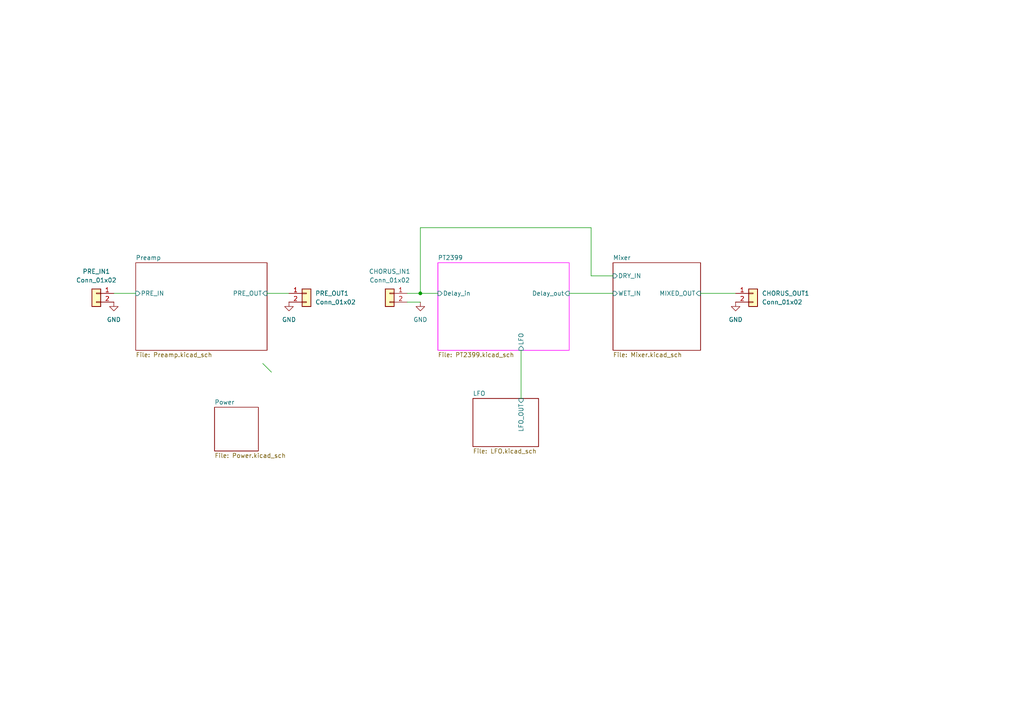
<source format=kicad_sch>
(kicad_sch (version 20231120) (generator "eeschema") (generator_version "8.0")
  (paper "A4")
  (lib_symbols
    (symbol "Connector_Generic:Conn_01x02" (pin_names (offset 1.016) hide)
      (property "Reference" "J" (at 0 2.54 0))
      (property "Value" "Conn_01x02" (at 0 -5.08 0))
      (symbol "Conn_01x02_1_1"
        (rectangle (start -1.27 -2.413) (end 0 -2.667) (stroke (width 0.1524)))
        (rectangle (start -1.27 0.127) (end 0 -0.127) (stroke (width 0.1524)))
        (rectangle (start -1.27 1.27) (end 1.27 -3.81) (stroke (width 0.254)) (fill (type background)))
        (pin passive line (at -5.08 0 0) (length 3.81) (name "Pin_1") (number "1"))
        (pin passive line (at -5.08 -2.54 0) (length 3.81) (name "Pin_2") (number "2"))
      )
    )
    (symbol "power:GND" (power) (pin_numbers hide) (pin_names (offset 0) hide)
      (property "Value" "GND" (at 0 -3.81 0))
      (symbol "GND_0_1"
        (polyline (pts (xy 0 0) (xy 0 -1.27) (xy 1.27 -1.27) (xy 0 -2.54) (xy -1.27 -1.27) (xy 0 -1.27)))
      )
      (symbol "GND_1_1"
        (pin power_in line (at 0 0 270) (length 0) (name "~") (number "1"))
      )
    )
  )
  (junction (at 121.92 85.09))
  (bus_entry (at 76.2 105.41) (size 2.54 2.54))
  (wire (pts (xy 151.13 101.6) (xy 151.13 115.57)))
  (wire (pts (xy 33.02 85.09) (xy 39.37 85.09)))
  (wire (pts (xy 118.11 87.63) (xy 121.92 87.63)))
  (wire (pts (xy 203.2 85.09) (xy 213.36 85.09)))
  (wire (pts (xy 121.92 66.04) (xy 171.45 66.04)))
  (wire (pts (xy 121.92 85.09) (xy 121.92 66.04)))
  (wire (pts (xy 171.45 80.01) (xy 177.8 80.01)))
  (wire (pts (xy 121.92 85.09) (xy 127 85.09)))
  (wire (pts (xy 77.47 85.09) (xy 83.82 85.09)))
  (wire (pts (xy 171.45 66.04) (xy 171.45 80.01)))
  (wire (pts (xy 118.11 85.09) (xy 121.92 85.09)))
  (wire (pts (xy 165.1 85.09) (xy 177.8 85.09)))
  (symbol (lib_id "Connector_Generic:Conn_01x02") (at 27.94 85.09 0) (mirror y) (unit 1)
    (property "Reference" "PRE_IN1" (at 27.94 78.74 0))
    (property "Value" "Conn_01x02" (at 27.94 81.28 0))
    (property "Footprint" "Connector_PinHeader_2.54mm:PinHeader_1x02_P2.54mm_Vertical" (effects (hide yes)))
    (property "Description" "Generic connector, single row, 01x02, script generated (kicad-library-utils/schlib/autogen/connector/)" (effects (hide yes)))
  )
  (symbol (lib_id "Connector_Generic:Conn_01x02") (at 88.9 85.09 0) (unit 1)
    (property "Reference" "PRE_OUT1" (at 91.44 85.0899 0) (effects (justify left)))
    (property "Value" "Conn_01x02" (at 91.44 87.6299 0) (effects (justify left)))
    (property "Footprint" "Connector_PinHeader_2.54mm:PinHeader_1x02_P2.54mm_Vertical" (effects (hide yes)))
    (property "Description" "Generic connector, single row, 01x02, script generated (kicad-library-utils/schlib/autogen/connector/)" (effects (hide yes)))
  )
  (symbol (lib_id "Connector_Generic:Conn_01x02") (at 113.03 85.09 0) (mirror y) (unit 1)
    (property "Reference" "CHORUS_IN1" (at 113.03 78.74 0))
    (property "Value" "Conn_01x02" (at 113.03 81.28 0))
    (property "Footprint" "Connector_PinHeader_2.54mm:PinHeader_1x02_P2.54mm_Vertical" (effects (hide yes)))
    (property "Description" "Generic connector, single row, 01x02, script generated (kicad-library-utils/schlib/autogen/connector/)" (effects (hide yes)))
  )
  (symbol (lib_id "power:GND") (at 121.92 87.63 0) (unit 1)
    (property "Reference" "#PWR028" (effects (hide yes)))
    (property "Value" "GND" (at 121.92 92.71 0))
    (property "Description" "Power symbol creates a global label with name \"GND\" , ground" (effects (hide yes)))
  )
  (symbol (lib_id "power:GND") (at 213.36 87.63 0) (mirror y) (unit 1)
    (property "Reference" "#PWR029" (effects (hide yes)))
    (property "Value" "GND" (at 213.36 92.71 0))
    (property "Description" "Power symbol creates a global label with name \"GND\" , ground" (effects (hide yes)))
  )
  (symbol (lib_id "power:GND") (at 33.02 87.63 0) (unit 1)
    (property "Reference" "#PWR025" (effects (hide yes)))
    (property "Value" "GND" (at 33.02 92.71 0))
    (property "Description" "Power symbol creates a global label with name \"GND\" , ground" (effects (hide yes)))
  )
  (symbol (lib_id "Connector_Generic:Conn_01x02") (at 218.44 85.09 0) (unit 1)
    (property "Reference" "CHORUS_OUT1" (at 220.98 85.0899 0) (effects (justify left)))
    (property "Value" "Conn_01x02" (at 220.98 87.6299 0) (effects (justify left)))
    (property "Footprint" "Connector_PinHeader_2.54mm:PinHeader_1x02_P2.54mm_Vertical" (effects (hide yes)))
    (property "Description" "Generic connector, single row, 01x02, script generated (kicad-library-utils/schlib/autogen/connector/)" (effects (hide yes)))
  )
  (symbol (lib_id "power:GND") (at 83.82 87.63 0) (mirror y) (unit 1)
    (property "Reference" "#PWR027" (effects (hide yes)))
    (property "Value" "GND" (at 83.82 92.71 0))
    (property "Description" "Power symbol creates a global label with name \"GND\" , ground" (effects (hide yes)))
  )
  (sheet (at 62.23 118.11) (size 12.7 12.7) (stroke (width 0.1524))
    (property "Sheetname" "Power" (at 62.23 117.3984 0) (effects (justify left bottom)))
    (property "Sheetfile" "Power.kicad_sch" (at 62.23 131.3946 0) (effects (justify left top)))
  )
  (sheet (at 177.8 76.2) (size 25.4 25.4) (stroke (width 0.1524))
    (property "Sheetname" "Mixer" (at 177.8 75.4884 0) (effects (justify left bottom)))
    (property "Sheetfile" "Mixer.kicad_sch" (at 177.8 102.1846 0) (effects (justify left top)))
    (pin "DRY_IN" input (at 177.8 80.01 180))
    (pin "WET_IN" input (at 177.8 85.09 180))
    (pin "MIXED_OUT" input (at 203.2 85.09 0))
  )
  (sheet (at 39.37 76.2) (size 38.1 25.4) (stroke (width 0.1524))
    (property "Sheetname" "Preamp" (at 39.37 75.4884 0) (effects (justify left bottom)))
    (property "Sheetfile" "Preamp.kicad_sch" (at 39.37 102.1846 0) (effects (justify left top)))
    (pin "PRE_IN" input (at 39.37 85.09 180))
    (pin "PRE_OUT" input (at 77.47 85.09 0))
  )
  (sheet (at 127 76.2) (size 38.1 25.4) (stroke (width 0.1524) (color 255 0 255 1))
    (property "Sheetname" "PT2399" (at 127 75.4884 0) (effects (justify left bottom)))
    (property "Sheetfile" "PT2399.kicad_sch" (at 127 102.1846 0) (effects (justify left top)))
    (pin "Delay_in" input (at 127 85.09 180))
    (pin "LFO" input (at 151.13 101.6 270))
    (pin "Delay_out" input (at 165.1 85.09 0))
  )
  (sheet (at 137.16 115.57) (size 19.05 13.97) (stroke (width 0.1524))
    (property "Sheetname" "LFO" (at 137.16 114.8584 0) (effects (justify left bottom)))
    (property "Sheetfile" "LFO.kicad_sch" (at 137.16 130.1246 0) (effects (justify left top)))
    (pin "LFO_OUT" input (at 151.13 115.57 90))
  )
)
</source>
